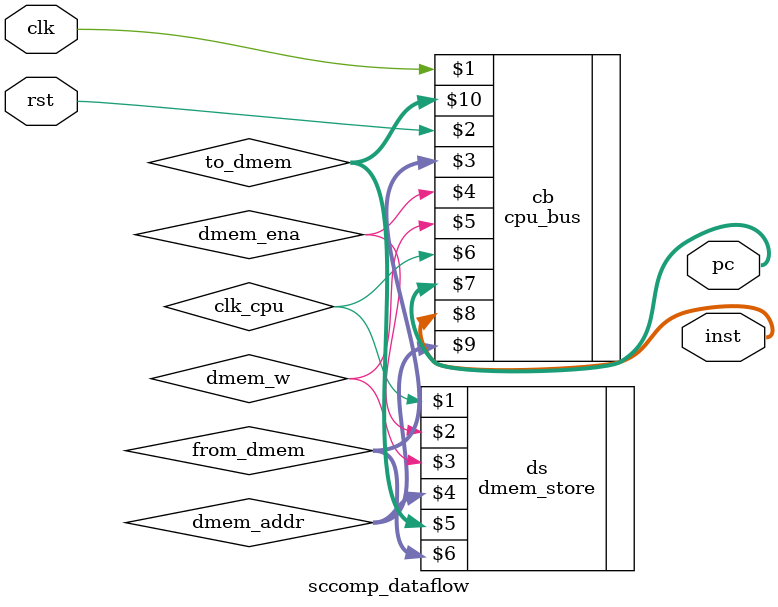
<source format=v>
`timescale 1ns / 1ps

module sccomp_dataflow(
    input clk,
    input rst,
    output [31:0]pc,
    output [31:0]inst
    );
    wire [31:0]dmem_addr;
    wire [31:0]from_dmem;
    wire [31:0]to_dmem;
    wire dmem_w,dmem_ena,clk_cpu;
    
    cpu_bus cb(clk,rst,from_dmem,dmem_ena,dmem_w,clk_cpu,pc,inst,dmem_addr,to_dmem);
    dmem_store ds(clk_cpu,dmem_ena,dmem_w,dmem_addr,to_dmem,from_dmem);
    
endmodule

</source>
